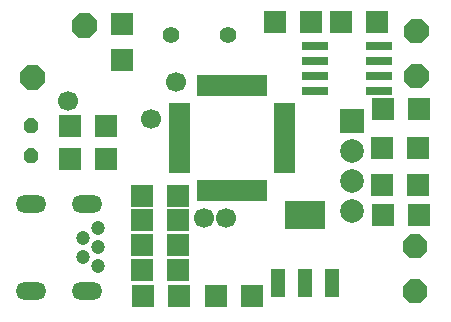
<source format=gts>
G04 DipTrace 2.3.0.1*
%INtop_mask.gbr*%
%MOMM*%
%ADD41C,1.419*%
%ADD43R,2.2X0.8*%
%ADD45R,3.45X2.35*%
%ADD47R,1.15X2.35*%
%ADD49O,2.6X1.5*%
%ADD51C,1.2*%
%ADD53C,1.7*%
%ADD55C,2.0*%
%ADD57R,2.0X2.0*%
%ADD59R,1.9X1.95*%
%ADD61R,1.95X1.9*%
%FSLAX53Y53*%
G04*
G71*
G90*
G75*
G01*
%LNTopMask*%
%LPD*%
G36*
X15338Y34833D2*
X15946Y35441D1*
X16806D1*
X17415Y34833D1*
Y33972D1*
X16806Y33364D1*
X15946D1*
X15338Y33972D1*
Y34833D1*
G37*
G36*
X10954Y30449D2*
X11562Y31057D1*
X12422D1*
X13031Y30449D1*
Y29588D1*
X12422Y28980D1*
X11562D1*
X10954Y29588D1*
Y30449D1*
G37*
D61*
X41616Y24016D3*
X44666D3*
X44688Y27344D3*
X41638D3*
X41616Y20880D3*
X44666D3*
X44688Y18384D3*
X41638D3*
X35600Y34704D3*
X32550D3*
D59*
X19536Y31462D3*
Y34512D3*
D61*
X27536Y11472D3*
X30586D3*
G36*
X45392Y12344D2*
Y11496D1*
X44792Y10896D1*
X43944D1*
X43344Y11496D1*
Y12344D1*
X43944Y12944D1*
X44792D1*
X45392Y12344D1*
G37*
G36*
Y16154D2*
Y15306D1*
X44792Y14706D1*
X43944D1*
X43344Y15306D1*
Y16154D1*
X43944Y16754D1*
X44792D1*
X45392Y16154D1*
G37*
D57*
X39034Y26294D3*
D55*
Y23754D3*
Y21214D3*
Y18674D3*
G36*
X43472Y33512D2*
Y34360D1*
X44072Y34960D1*
X44920D1*
X45520Y34360D1*
Y33512D1*
X44920Y32912D1*
X44072D1*
X43472Y33512D1*
G37*
G36*
Y29702D2*
Y30550D1*
X44072Y31150D1*
X44920D1*
X45520Y30550D1*
Y29702D1*
X44920Y29102D1*
X44072D1*
X43472Y29702D1*
G37*
D53*
X24144Y29584D3*
X22032Y26448D3*
X26512Y18064D3*
X28368D3*
X14992Y27984D3*
D61*
X41168Y34704D3*
X38118D3*
X24342Y13663D3*
X21292D3*
X21333Y11487D3*
X24383D3*
X24342Y15775D3*
X21292D3*
X24342Y17951D3*
X21292D3*
X21269Y19999D3*
X24319D3*
X18192Y23120D3*
X15142D3*
X15184Y25872D3*
X18234D3*
D51*
X17499Y14027D3*
X16299Y14827D3*
X17499Y15627D3*
X16299Y16427D3*
X17499Y17227D3*
D49*
X16599Y11927D3*
Y19327D3*
X11899Y11927D3*
Y19327D3*
D47*
X32784Y12560D3*
X35084D3*
X37384D3*
D45*
X35084Y18360D3*
D43*
X35920Y32656D3*
Y31386D3*
Y30116D3*
Y28846D3*
X41320D3*
Y30116D3*
Y31386D3*
Y32656D3*
G36*
X31882Y28428D2*
X31382D1*
Y30228D1*
X31882D1*
Y28428D1*
G37*
G36*
X31382D2*
X30882D1*
Y30228D1*
X31382D1*
Y28428D1*
G37*
G36*
X30882D2*
X30382D1*
Y30228D1*
X30882D1*
Y28428D1*
G37*
G36*
X30382D2*
X29882D1*
Y30228D1*
X30382D1*
Y28428D1*
G37*
G36*
X29882D2*
X29382D1*
Y30228D1*
X29882D1*
Y28428D1*
G37*
G36*
X29382D2*
X28882D1*
Y30228D1*
X29382D1*
Y28428D1*
G37*
G36*
X28882D2*
X28382D1*
Y30228D1*
X28882D1*
Y28428D1*
G37*
G36*
X28382D2*
X27882D1*
Y30228D1*
X28382D1*
Y28428D1*
G37*
G36*
X27882D2*
X27382D1*
Y30228D1*
X27882D1*
Y28428D1*
G37*
G36*
X27382D2*
X26882D1*
Y30228D1*
X27382D1*
Y28428D1*
G37*
G36*
X26882D2*
X26382D1*
Y30228D1*
X26882D1*
Y28428D1*
G37*
G36*
X26382D2*
X25882D1*
Y30228D1*
X26382D1*
Y28428D1*
G37*
G36*
X25327Y27873D2*
Y27373D1*
X23527D1*
Y27873D1*
X25327D1*
G37*
G36*
Y27373D2*
Y26873D1*
X23527D1*
Y27373D1*
X25327D1*
G37*
G36*
Y26873D2*
Y26373D1*
X23527D1*
Y26873D1*
X25327D1*
G37*
G36*
Y26373D2*
Y25873D1*
X23527D1*
Y26373D1*
X25327D1*
G37*
G36*
Y25873D2*
Y25373D1*
X23527D1*
Y25873D1*
X25327D1*
G37*
G36*
Y25373D2*
Y24873D1*
X23527D1*
Y25373D1*
X25327D1*
G37*
G36*
Y24873D2*
Y24373D1*
X23527D1*
Y24873D1*
X25327D1*
G37*
G36*
Y24373D2*
Y23873D1*
X23527D1*
Y24373D1*
X25327D1*
G37*
G36*
Y23873D2*
Y23373D1*
X23527D1*
Y23873D1*
X25327D1*
G37*
G36*
Y23373D2*
Y22873D1*
X23527D1*
Y23373D1*
X25327D1*
G37*
G36*
Y22873D2*
Y22373D1*
X23527D1*
Y22873D1*
X25327D1*
G37*
G36*
Y22373D2*
Y21873D1*
X23527D1*
Y22373D1*
X25327D1*
G37*
G36*
X26382Y19518D2*
X25882D1*
Y21318D1*
X26382D1*
Y19518D1*
G37*
G36*
X26882D2*
X26382D1*
Y21318D1*
X26882D1*
Y19518D1*
G37*
G36*
X27382D2*
X26882D1*
Y21318D1*
X27382D1*
Y19518D1*
G37*
G36*
X27882D2*
X27382D1*
Y21318D1*
X27882D1*
Y19518D1*
G37*
G36*
X28382D2*
X27882D1*
Y21318D1*
X28382D1*
Y19518D1*
G37*
G36*
X28882D2*
X28382D1*
Y21318D1*
X28882D1*
Y19518D1*
G37*
G36*
X29382D2*
X28882D1*
Y21318D1*
X29382D1*
Y19518D1*
G37*
G36*
X29882D2*
X29382D1*
Y21318D1*
X29882D1*
Y19518D1*
G37*
G36*
X30382D2*
X29882D1*
Y21318D1*
X30382D1*
Y19518D1*
G37*
G36*
X30882D2*
X30382D1*
Y21318D1*
X30882D1*
Y19518D1*
G37*
G36*
X31382D2*
X30882D1*
Y21318D1*
X31382D1*
Y19518D1*
G37*
G36*
X31882D2*
X31382D1*
Y21318D1*
X31882D1*
Y19518D1*
G37*
G36*
X34237Y22373D2*
Y21873D1*
X32437D1*
Y22373D1*
X34237D1*
G37*
G36*
Y22873D2*
Y22373D1*
X32437D1*
Y22873D1*
X34237D1*
G37*
G36*
Y23373D2*
Y22873D1*
X32437D1*
Y23373D1*
X34237D1*
G37*
G36*
Y23873D2*
Y23373D1*
X32437D1*
Y23873D1*
X34237D1*
G37*
G36*
Y24373D2*
Y23873D1*
X32437D1*
Y24373D1*
X34237D1*
G37*
G36*
Y24873D2*
Y24373D1*
X32437D1*
Y24873D1*
X34237D1*
G37*
G36*
Y25373D2*
Y24873D1*
X32437D1*
Y25373D1*
X34237D1*
G37*
G36*
Y25873D2*
Y25373D1*
X32437D1*
Y25873D1*
X34237D1*
G37*
G36*
Y26373D2*
Y25873D1*
X32437D1*
Y26373D1*
X34237D1*
G37*
G36*
Y26873D2*
Y26373D1*
X32437D1*
Y26873D1*
X34237D1*
G37*
G36*
Y27373D2*
Y26873D1*
X32437D1*
Y27373D1*
X34237D1*
G37*
G36*
Y27873D2*
Y27373D1*
X32437D1*
Y27873D1*
X34237D1*
G37*
G36*
X12110Y23988D2*
X12468Y23630D1*
Y23122D1*
X12110Y22764D1*
X11602D1*
X11244Y23122D1*
Y23630D1*
X11602Y23988D1*
X12110D1*
G37*
G36*
Y26528D2*
X12468Y26169D1*
Y25662D1*
X12110Y25304D1*
X11602D1*
X11244Y25662D1*
Y26169D1*
X11602Y26528D1*
X12110D1*
G37*
D41*
X23696Y33616D3*
X28522D3*
M02*

</source>
